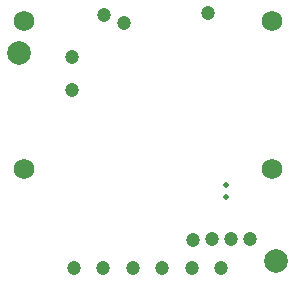
<source format=gbs>
G04*
G04 #@! TF.GenerationSoftware,Altium Limited,Altium Designer,19.1.8 (144)*
G04*
G04 Layer_Color=16711935*
%FSLAX44Y44*%
%MOMM*%
G71*
G01*
G75*
%ADD45C,2.0000*%
%ADD46C,1.7272*%
%ADD47C,0.5032*%
%ADD62C,1.2032*%
D45*
X-109000Y72000D02*
D03*
X109000Y-104000D02*
D03*
D46*
X105000Y-25690D02*
D03*
X-105000Y99310D02*
D03*
X105000D02*
D03*
X-105000Y-25690D02*
D03*
D47*
X66445Y-49900D02*
D03*
Y-39900D02*
D03*
D62*
X71000Y-85250D02*
D03*
X51500Y105750D02*
D03*
X-20000Y97750D02*
D03*
X-36750Y104250D02*
D03*
X87000Y-85000D02*
D03*
X-63750Y40750D02*
D03*
X-63750Y68750D02*
D03*
X38250Y-85750D02*
D03*
X54750Y-85500D02*
D03*
X37500Y-110000D02*
D03*
X12500D02*
D03*
X-12500D02*
D03*
X-37500D02*
D03*
X-62500D02*
D03*
X62500D02*
D03*
M02*

</source>
